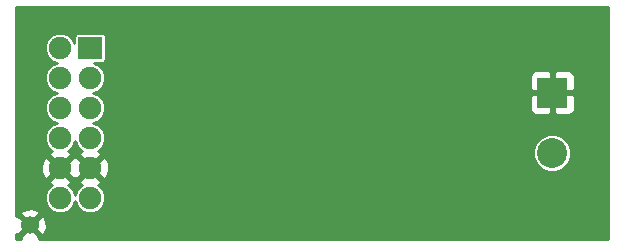
<source format=gbl>
G04 #@! TF.FileFunction,Copper,L2,Bot,Signal*
%FSLAX46Y46*%
G04 Gerber Fmt 4.6, Leading zero omitted, Abs format (unit mm)*
G04 Created by KiCad (PCBNEW 4.0.2+dfsg1-stable) date lun. 14 janv. 2019 10:15:00 CET*
%MOMM*%
G01*
G04 APERTURE LIST*
%ADD10C,0.100000*%
%ADD11R,2.540000X2.540000*%
%ADD12C,2.540000*%
%ADD13R,2.000000X1.900000*%
%ADD14C,1.900000*%
%ADD15C,1.524000*%
%ADD16C,0.711200*%
%ADD17C,0.406400*%
%ADD18C,0.304800*%
%ADD19C,0.203200*%
%ADD20C,0.254000*%
G04 APERTURE END LIST*
D10*
D11*
X168820000Y-102460000D03*
D12*
X168820000Y-107540000D03*
D13*
X129690200Y-98650000D03*
D14*
X129690200Y-101190000D03*
X129690200Y-103730000D03*
X129690200Y-106270000D03*
X129690200Y-108810000D03*
X129690200Y-111350000D03*
X127150200Y-98650000D03*
X127150200Y-101190000D03*
X127150200Y-103730000D03*
X127150200Y-106270000D03*
X127150200Y-108810000D03*
X127150200Y-111350000D03*
D15*
X124600000Y-113660000D03*
D16*
X142710000Y-106000000D03*
X148500000Y-108830000D03*
X148500000Y-101560000D03*
X142710000Y-108490000D03*
X136730000Y-107800000D03*
X160840000Y-113750000D03*
X139000000Y-99990000D03*
X135000000Y-99990000D03*
X134500000Y-108500000D03*
X142710000Y-104750000D03*
X162940000Y-111970000D03*
X157000000Y-105160000D03*
X162610000Y-103790000D03*
X160160000Y-110020000D03*
X154500000Y-99340000D03*
X163000000Y-95500000D03*
X157870000Y-97910000D03*
D17*
X142710000Y-106000000D02*
X142710000Y-108490000D01*
X142710000Y-104750000D02*
X142710000Y-106000000D01*
D18*
X148500000Y-108830000D02*
X152170000Y-108830000D01*
X152170000Y-108830000D02*
X154500000Y-106500000D01*
D17*
X148500000Y-108830000D02*
X146120000Y-108830000D01*
X146120000Y-108830000D02*
X145780000Y-108490000D01*
X145780000Y-108490000D02*
X142710000Y-108490000D01*
X148500000Y-101560000D02*
X150600000Y-101560000D01*
X152820000Y-99340000D02*
X154500000Y-99340000D01*
X150600000Y-101560000D02*
X152820000Y-99340000D01*
X139480000Y-107800000D02*
X136730000Y-107800000D01*
X140170000Y-108490000D02*
X139480000Y-107800000D01*
X142710000Y-108490000D02*
X140170000Y-108490000D01*
X136730000Y-107800000D02*
X135200000Y-107800000D01*
X135200000Y-107800000D02*
X134500000Y-108500000D01*
X130960000Y-107540000D02*
X133540000Y-107540000D01*
X129690200Y-108809800D02*
X130960000Y-107540000D01*
X133540000Y-107540000D02*
X134500000Y-108500000D01*
X129690200Y-108810000D02*
X129690200Y-108809800D01*
X162940000Y-111970000D02*
X162940000Y-112730000D01*
X161920000Y-113750000D02*
X160840000Y-113750000D01*
X162940000Y-112730000D02*
X161920000Y-113750000D01*
X139000000Y-99990000D02*
X141060000Y-99990000D01*
X141060000Y-99990000D02*
X142710000Y-101640000D01*
X142710000Y-104750000D02*
X142710000Y-101640000D01*
X139000000Y-99990000D02*
X135000000Y-99990000D01*
D19*
X160160000Y-110020000D02*
X160160000Y-111780000D01*
X160350000Y-111970000D02*
X162940000Y-111970000D01*
X160160000Y-111780000D02*
X160350000Y-111970000D01*
D18*
X162610000Y-103790000D02*
X162610000Y-99930000D01*
X162610000Y-99930000D02*
X160590000Y-97910000D01*
X157000000Y-105160000D02*
X161240000Y-105160000D01*
X161240000Y-105160000D02*
X162610000Y-103790000D01*
X160160000Y-110020000D02*
X158020000Y-110020000D01*
X158020000Y-110020000D02*
X154500000Y-106500000D01*
X168820000Y-102460000D02*
X168820000Y-98040000D01*
X166280000Y-95500000D02*
X163000000Y-95500000D01*
X168820000Y-98040000D02*
X166280000Y-95500000D01*
X154500000Y-99340000D02*
X154500000Y-106500000D01*
X154500000Y-99340000D02*
X156440000Y-99340000D01*
X156440000Y-99340000D02*
X157870000Y-97910000D01*
X157870000Y-97910000D02*
X160590000Y-97910000D01*
X160590000Y-97910000D02*
X163000000Y-95500000D01*
D20*
G36*
X173545600Y-114805600D02*
X125353170Y-114805600D01*
X125400608Y-114640213D01*
X124600000Y-113839605D01*
X123799392Y-114640213D01*
X123846830Y-114805600D01*
X123454400Y-114805600D01*
X123454400Y-114413170D01*
X123619787Y-114460608D01*
X124420395Y-113660000D01*
X124779605Y-113660000D01*
X125580213Y-114460608D01*
X125822397Y-114391143D01*
X126009144Y-113867698D01*
X125981362Y-113312632D01*
X125822397Y-112928857D01*
X125580213Y-112859392D01*
X124779605Y-113660000D01*
X124420395Y-113660000D01*
X123619787Y-112859392D01*
X123454400Y-112906830D01*
X123454400Y-112679787D01*
X123799392Y-112679787D01*
X124600000Y-113480395D01*
X125400608Y-112679787D01*
X125331143Y-112437603D01*
X124807698Y-112250856D01*
X124252632Y-112278638D01*
X123868857Y-112437603D01*
X123799392Y-112679787D01*
X123454400Y-112679787D01*
X123454400Y-111602897D01*
X125872979Y-111602897D01*
X126066981Y-112072417D01*
X126425893Y-112431957D01*
X126895075Y-112626778D01*
X127403097Y-112627221D01*
X127872617Y-112433219D01*
X128232157Y-112074307D01*
X128420423Y-111620912D01*
X128606981Y-112072417D01*
X128965893Y-112431957D01*
X129435075Y-112626778D01*
X129943097Y-112627221D01*
X130412617Y-112433219D01*
X130772157Y-112074307D01*
X130966978Y-111605125D01*
X130967421Y-111097103D01*
X130773419Y-110627583D01*
X130414507Y-110268043D01*
X130377905Y-110252845D01*
X130534408Y-110188019D01*
X130626945Y-109926350D01*
X129690200Y-108989605D01*
X128753455Y-109926350D01*
X128845992Y-110188019D01*
X129011070Y-110248895D01*
X128967783Y-110266781D01*
X128608243Y-110625693D01*
X128419977Y-111079088D01*
X128233419Y-110627583D01*
X127874507Y-110268043D01*
X127837905Y-110252845D01*
X127994408Y-110188019D01*
X128086945Y-109926350D01*
X127150200Y-108989605D01*
X126213455Y-109926350D01*
X126305992Y-110188019D01*
X126471070Y-110248895D01*
X126427783Y-110266781D01*
X126068243Y-110625693D01*
X125873422Y-111094875D01*
X125872979Y-111602897D01*
X123454400Y-111602897D01*
X123454400Y-108557398D01*
X125554012Y-108557398D01*
X125578848Y-109187461D01*
X125772181Y-109654208D01*
X126033850Y-109746745D01*
X126970595Y-108810000D01*
X127329805Y-108810000D01*
X128266550Y-109746745D01*
X128420200Y-109692408D01*
X128573850Y-109746745D01*
X129510595Y-108810000D01*
X129869805Y-108810000D01*
X130806550Y-109746745D01*
X131068219Y-109654208D01*
X131286388Y-109062602D01*
X131261552Y-108432539D01*
X131068219Y-107965792D01*
X130806550Y-107873255D01*
X129869805Y-108810000D01*
X129510595Y-108810000D01*
X128573850Y-107873255D01*
X128420200Y-107927592D01*
X128266550Y-107873255D01*
X127329805Y-108810000D01*
X126970595Y-108810000D01*
X126033850Y-107873255D01*
X125772181Y-107965792D01*
X125554012Y-108557398D01*
X123454400Y-108557398D01*
X123454400Y-98902897D01*
X125872979Y-98902897D01*
X126066981Y-99372417D01*
X126425893Y-99731957D01*
X126879288Y-99920223D01*
X126427783Y-100106781D01*
X126068243Y-100465693D01*
X125873422Y-100934875D01*
X125872979Y-101442897D01*
X126066981Y-101912417D01*
X126425893Y-102271957D01*
X126879288Y-102460223D01*
X126427783Y-102646781D01*
X126068243Y-103005693D01*
X125873422Y-103474875D01*
X125872979Y-103982897D01*
X126066981Y-104452417D01*
X126425893Y-104811957D01*
X126879288Y-105000223D01*
X126427783Y-105186781D01*
X126068243Y-105545693D01*
X125873422Y-106014875D01*
X125872979Y-106522897D01*
X126066981Y-106992417D01*
X126425893Y-107351957D01*
X126462495Y-107367155D01*
X126305992Y-107431981D01*
X126213455Y-107693650D01*
X127150200Y-108630395D01*
X128086945Y-107693650D01*
X127994408Y-107431981D01*
X127829330Y-107371105D01*
X127872617Y-107353219D01*
X128232157Y-106994307D01*
X128420423Y-106540912D01*
X128606981Y-106992417D01*
X128965893Y-107351957D01*
X129002495Y-107367155D01*
X128845992Y-107431981D01*
X128753455Y-107693650D01*
X129690200Y-108630395D01*
X130464326Y-107856269D01*
X167222723Y-107856269D01*
X167465340Y-108443446D01*
X167914191Y-108893081D01*
X168500943Y-109136722D01*
X169136269Y-109137277D01*
X169723446Y-108894660D01*
X170173081Y-108445809D01*
X170416722Y-107859057D01*
X170417277Y-107223731D01*
X170174660Y-106636554D01*
X169725809Y-106186919D01*
X169139057Y-105943278D01*
X168503731Y-105942723D01*
X167916554Y-106185340D01*
X167466919Y-106634191D01*
X167223278Y-107220943D01*
X167222723Y-107856269D01*
X130464326Y-107856269D01*
X130626945Y-107693650D01*
X130534408Y-107431981D01*
X130369330Y-107371105D01*
X130412617Y-107353219D01*
X130772157Y-106994307D01*
X130966978Y-106525125D01*
X130967421Y-106017103D01*
X130773419Y-105547583D01*
X130414507Y-105188043D01*
X129961112Y-104999777D01*
X130412617Y-104813219D01*
X130772157Y-104454307D01*
X130966978Y-103985125D01*
X130967421Y-103477103D01*
X130773419Y-103007583D01*
X130512044Y-102745750D01*
X166915000Y-102745750D01*
X166915000Y-103856309D01*
X167011673Y-104089698D01*
X167190301Y-104268327D01*
X167423690Y-104365000D01*
X168534250Y-104365000D01*
X168693000Y-104206250D01*
X168693000Y-102587000D01*
X168947000Y-102587000D01*
X168947000Y-104206250D01*
X169105750Y-104365000D01*
X170216310Y-104365000D01*
X170449699Y-104268327D01*
X170628327Y-104089698D01*
X170725000Y-103856309D01*
X170725000Y-102745750D01*
X170566250Y-102587000D01*
X168947000Y-102587000D01*
X168693000Y-102587000D01*
X167073750Y-102587000D01*
X166915000Y-102745750D01*
X130512044Y-102745750D01*
X130414507Y-102648043D01*
X129961112Y-102459777D01*
X130412617Y-102273219D01*
X130772157Y-101914307D01*
X130966978Y-101445125D01*
X130967310Y-101063691D01*
X166915000Y-101063691D01*
X166915000Y-102174250D01*
X167073750Y-102333000D01*
X168693000Y-102333000D01*
X168693000Y-100713750D01*
X168947000Y-100713750D01*
X168947000Y-102333000D01*
X170566250Y-102333000D01*
X170725000Y-102174250D01*
X170725000Y-101063691D01*
X170628327Y-100830302D01*
X170449699Y-100651673D01*
X170216310Y-100555000D01*
X169105750Y-100555000D01*
X168947000Y-100713750D01*
X168693000Y-100713750D01*
X168534250Y-100555000D01*
X167423690Y-100555000D01*
X167190301Y-100651673D01*
X167011673Y-100830302D01*
X166915000Y-101063691D01*
X130967310Y-101063691D01*
X130967421Y-100937103D01*
X130773419Y-100467583D01*
X130414507Y-100108043D01*
X129993934Y-99933406D01*
X130690200Y-99933406D01*
X130811379Y-99910605D01*
X130922674Y-99838988D01*
X130997338Y-99729714D01*
X131023606Y-99600000D01*
X131023606Y-97700000D01*
X131000805Y-97578821D01*
X130929188Y-97467526D01*
X130819914Y-97392862D01*
X130690200Y-97366594D01*
X128690200Y-97366594D01*
X128569021Y-97389395D01*
X128457726Y-97461012D01*
X128383062Y-97570286D01*
X128356794Y-97700000D01*
X128356794Y-98226173D01*
X128233419Y-97927583D01*
X127874507Y-97568043D01*
X127405325Y-97373222D01*
X126897303Y-97372779D01*
X126427783Y-97566781D01*
X126068243Y-97925693D01*
X125873422Y-98394875D01*
X125872979Y-98902897D01*
X123454400Y-98902897D01*
X123454400Y-95194400D01*
X173545600Y-95194400D01*
X173545600Y-114805600D01*
X173545600Y-114805600D01*
G37*
X173545600Y-114805600D02*
X125353170Y-114805600D01*
X125400608Y-114640213D01*
X124600000Y-113839605D01*
X123799392Y-114640213D01*
X123846830Y-114805600D01*
X123454400Y-114805600D01*
X123454400Y-114413170D01*
X123619787Y-114460608D01*
X124420395Y-113660000D01*
X124779605Y-113660000D01*
X125580213Y-114460608D01*
X125822397Y-114391143D01*
X126009144Y-113867698D01*
X125981362Y-113312632D01*
X125822397Y-112928857D01*
X125580213Y-112859392D01*
X124779605Y-113660000D01*
X124420395Y-113660000D01*
X123619787Y-112859392D01*
X123454400Y-112906830D01*
X123454400Y-112679787D01*
X123799392Y-112679787D01*
X124600000Y-113480395D01*
X125400608Y-112679787D01*
X125331143Y-112437603D01*
X124807698Y-112250856D01*
X124252632Y-112278638D01*
X123868857Y-112437603D01*
X123799392Y-112679787D01*
X123454400Y-112679787D01*
X123454400Y-111602897D01*
X125872979Y-111602897D01*
X126066981Y-112072417D01*
X126425893Y-112431957D01*
X126895075Y-112626778D01*
X127403097Y-112627221D01*
X127872617Y-112433219D01*
X128232157Y-112074307D01*
X128420423Y-111620912D01*
X128606981Y-112072417D01*
X128965893Y-112431957D01*
X129435075Y-112626778D01*
X129943097Y-112627221D01*
X130412617Y-112433219D01*
X130772157Y-112074307D01*
X130966978Y-111605125D01*
X130967421Y-111097103D01*
X130773419Y-110627583D01*
X130414507Y-110268043D01*
X130377905Y-110252845D01*
X130534408Y-110188019D01*
X130626945Y-109926350D01*
X129690200Y-108989605D01*
X128753455Y-109926350D01*
X128845992Y-110188019D01*
X129011070Y-110248895D01*
X128967783Y-110266781D01*
X128608243Y-110625693D01*
X128419977Y-111079088D01*
X128233419Y-110627583D01*
X127874507Y-110268043D01*
X127837905Y-110252845D01*
X127994408Y-110188019D01*
X128086945Y-109926350D01*
X127150200Y-108989605D01*
X126213455Y-109926350D01*
X126305992Y-110188019D01*
X126471070Y-110248895D01*
X126427783Y-110266781D01*
X126068243Y-110625693D01*
X125873422Y-111094875D01*
X125872979Y-111602897D01*
X123454400Y-111602897D01*
X123454400Y-108557398D01*
X125554012Y-108557398D01*
X125578848Y-109187461D01*
X125772181Y-109654208D01*
X126033850Y-109746745D01*
X126970595Y-108810000D01*
X127329805Y-108810000D01*
X128266550Y-109746745D01*
X128420200Y-109692408D01*
X128573850Y-109746745D01*
X129510595Y-108810000D01*
X129869805Y-108810000D01*
X130806550Y-109746745D01*
X131068219Y-109654208D01*
X131286388Y-109062602D01*
X131261552Y-108432539D01*
X131068219Y-107965792D01*
X130806550Y-107873255D01*
X129869805Y-108810000D01*
X129510595Y-108810000D01*
X128573850Y-107873255D01*
X128420200Y-107927592D01*
X128266550Y-107873255D01*
X127329805Y-108810000D01*
X126970595Y-108810000D01*
X126033850Y-107873255D01*
X125772181Y-107965792D01*
X125554012Y-108557398D01*
X123454400Y-108557398D01*
X123454400Y-98902897D01*
X125872979Y-98902897D01*
X126066981Y-99372417D01*
X126425893Y-99731957D01*
X126879288Y-99920223D01*
X126427783Y-100106781D01*
X126068243Y-100465693D01*
X125873422Y-100934875D01*
X125872979Y-101442897D01*
X126066981Y-101912417D01*
X126425893Y-102271957D01*
X126879288Y-102460223D01*
X126427783Y-102646781D01*
X126068243Y-103005693D01*
X125873422Y-103474875D01*
X125872979Y-103982897D01*
X126066981Y-104452417D01*
X126425893Y-104811957D01*
X126879288Y-105000223D01*
X126427783Y-105186781D01*
X126068243Y-105545693D01*
X125873422Y-106014875D01*
X125872979Y-106522897D01*
X126066981Y-106992417D01*
X126425893Y-107351957D01*
X126462495Y-107367155D01*
X126305992Y-107431981D01*
X126213455Y-107693650D01*
X127150200Y-108630395D01*
X128086945Y-107693650D01*
X127994408Y-107431981D01*
X127829330Y-107371105D01*
X127872617Y-107353219D01*
X128232157Y-106994307D01*
X128420423Y-106540912D01*
X128606981Y-106992417D01*
X128965893Y-107351957D01*
X129002495Y-107367155D01*
X128845992Y-107431981D01*
X128753455Y-107693650D01*
X129690200Y-108630395D01*
X130464326Y-107856269D01*
X167222723Y-107856269D01*
X167465340Y-108443446D01*
X167914191Y-108893081D01*
X168500943Y-109136722D01*
X169136269Y-109137277D01*
X169723446Y-108894660D01*
X170173081Y-108445809D01*
X170416722Y-107859057D01*
X170417277Y-107223731D01*
X170174660Y-106636554D01*
X169725809Y-106186919D01*
X169139057Y-105943278D01*
X168503731Y-105942723D01*
X167916554Y-106185340D01*
X167466919Y-106634191D01*
X167223278Y-107220943D01*
X167222723Y-107856269D01*
X130464326Y-107856269D01*
X130626945Y-107693650D01*
X130534408Y-107431981D01*
X130369330Y-107371105D01*
X130412617Y-107353219D01*
X130772157Y-106994307D01*
X130966978Y-106525125D01*
X130967421Y-106017103D01*
X130773419Y-105547583D01*
X130414507Y-105188043D01*
X129961112Y-104999777D01*
X130412617Y-104813219D01*
X130772157Y-104454307D01*
X130966978Y-103985125D01*
X130967421Y-103477103D01*
X130773419Y-103007583D01*
X130512044Y-102745750D01*
X166915000Y-102745750D01*
X166915000Y-103856309D01*
X167011673Y-104089698D01*
X167190301Y-104268327D01*
X167423690Y-104365000D01*
X168534250Y-104365000D01*
X168693000Y-104206250D01*
X168693000Y-102587000D01*
X168947000Y-102587000D01*
X168947000Y-104206250D01*
X169105750Y-104365000D01*
X170216310Y-104365000D01*
X170449699Y-104268327D01*
X170628327Y-104089698D01*
X170725000Y-103856309D01*
X170725000Y-102745750D01*
X170566250Y-102587000D01*
X168947000Y-102587000D01*
X168693000Y-102587000D01*
X167073750Y-102587000D01*
X166915000Y-102745750D01*
X130512044Y-102745750D01*
X130414507Y-102648043D01*
X129961112Y-102459777D01*
X130412617Y-102273219D01*
X130772157Y-101914307D01*
X130966978Y-101445125D01*
X130967310Y-101063691D01*
X166915000Y-101063691D01*
X166915000Y-102174250D01*
X167073750Y-102333000D01*
X168693000Y-102333000D01*
X168693000Y-100713750D01*
X168947000Y-100713750D01*
X168947000Y-102333000D01*
X170566250Y-102333000D01*
X170725000Y-102174250D01*
X170725000Y-101063691D01*
X170628327Y-100830302D01*
X170449699Y-100651673D01*
X170216310Y-100555000D01*
X169105750Y-100555000D01*
X168947000Y-100713750D01*
X168693000Y-100713750D01*
X168534250Y-100555000D01*
X167423690Y-100555000D01*
X167190301Y-100651673D01*
X167011673Y-100830302D01*
X166915000Y-101063691D01*
X130967310Y-101063691D01*
X130967421Y-100937103D01*
X130773419Y-100467583D01*
X130414507Y-100108043D01*
X129993934Y-99933406D01*
X130690200Y-99933406D01*
X130811379Y-99910605D01*
X130922674Y-99838988D01*
X130997338Y-99729714D01*
X131023606Y-99600000D01*
X131023606Y-97700000D01*
X131000805Y-97578821D01*
X130929188Y-97467526D01*
X130819914Y-97392862D01*
X130690200Y-97366594D01*
X128690200Y-97366594D01*
X128569021Y-97389395D01*
X128457726Y-97461012D01*
X128383062Y-97570286D01*
X128356794Y-97700000D01*
X128356794Y-98226173D01*
X128233419Y-97927583D01*
X127874507Y-97568043D01*
X127405325Y-97373222D01*
X126897303Y-97372779D01*
X126427783Y-97566781D01*
X126068243Y-97925693D01*
X125873422Y-98394875D01*
X125872979Y-98902897D01*
X123454400Y-98902897D01*
X123454400Y-95194400D01*
X173545600Y-95194400D01*
X173545600Y-114805600D01*
M02*

</source>
